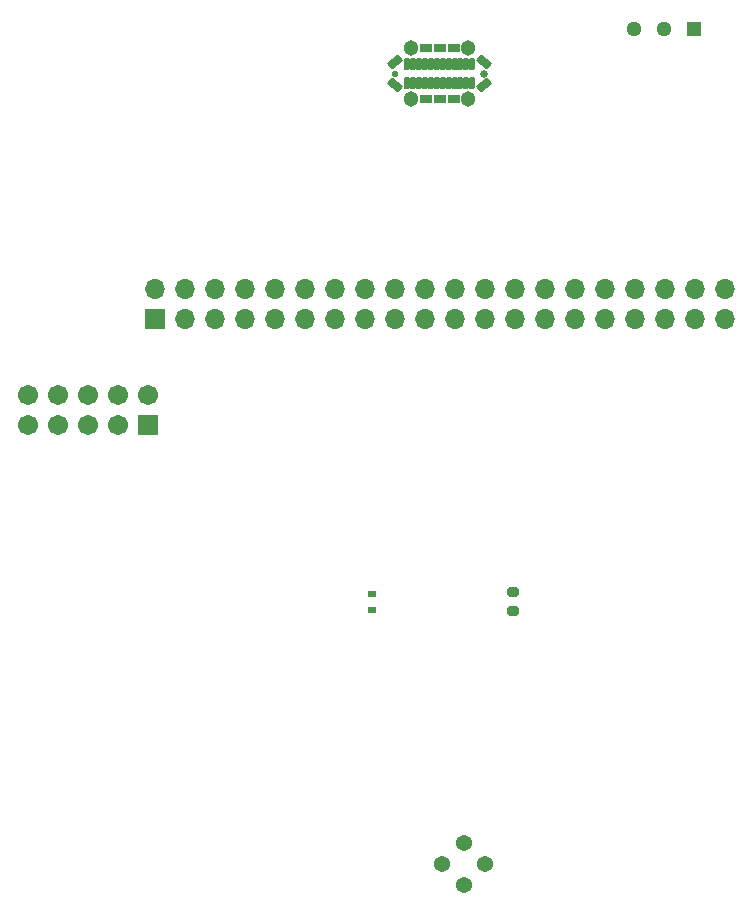
<source format=gbr>
%TF.GenerationSoftware,KiCad,Pcbnew,9.0.7*%
%TF.CreationDate,2026-01-09T13:12:47-06:00*%
%TF.ProjectId,dreamV1_0,64726561-6d56-4315-9f30-2e6b69636164,1*%
%TF.SameCoordinates,Original*%
%TF.FileFunction,Soldermask,Bot*%
%TF.FilePolarity,Negative*%
%FSLAX46Y46*%
G04 Gerber Fmt 4.6, Leading zero omitted, Abs format (unit mm)*
G04 Created by KiCad (PCBNEW 9.0.7) date 2026-01-09 13:12:47*
%MOMM*%
%LPD*%
G01*
G04 APERTURE LIST*
G04 Aperture macros list*
%AMRoundRect*
0 Rectangle with rounded corners*
0 $1 Rounding radius*
0 $2 $3 $4 $5 $6 $7 $8 $9 X,Y pos of 4 corners*
0 Add a 4 corners polygon primitive as box body*
4,1,4,$2,$3,$4,$5,$6,$7,$8,$9,$2,$3,0*
0 Add four circle primitives for the rounded corners*
1,1,$1+$1,$2,$3*
1,1,$1+$1,$4,$5*
1,1,$1+$1,$6,$7*
1,1,$1+$1,$8,$9*
0 Add four rect primitives between the rounded corners*
20,1,$1+$1,$2,$3,$4,$5,0*
20,1,$1+$1,$4,$5,$6,$7,0*
20,1,$1+$1,$6,$7,$8,$9,0*
20,1,$1+$1,$8,$9,$2,$3,0*%
G04 Aperture macros list end*
%ADD10RoundRect,0.102000X-0.754000X-0.754000X0.754000X-0.754000X0.754000X0.754000X-0.754000X0.754000X0*%
%ADD11C,1.712000*%
%ADD12C,1.295400*%
%ADD13R,1.295400X1.295400*%
%ADD14R,1.700000X1.700000*%
%ADD15O,1.700000X1.700000*%
%ADD16RoundRect,0.200000X-0.275000X0.200000X-0.275000X-0.200000X0.275000X-0.200000X0.275000X0.200000X0*%
%ADD17C,1.371600*%
%ADD18R,0.762000X0.558800*%
%ADD19C,0.660000*%
%ADD20C,0.580000*%
%ADD21RoundRect,0.102000X0.410000X0.275000X-0.410000X0.275000X-0.410000X-0.275000X0.410000X-0.275000X0*%
%ADD22C,1.304000*%
%ADD23RoundRect,0.102000X0.557560X-0.129814X-0.242900X0.518386X-0.557560X0.129814X0.242900X-0.518386X0*%
%ADD24RoundRect,0.102000X0.242900X0.518386X-0.557560X-0.129814X-0.242900X-0.518386X0.557560X0.129814X0*%
%ADD25RoundRect,0.102000X0.150000X0.425000X-0.150000X0.425000X-0.150000X-0.425000X0.150000X-0.425000X0*%
G04 APERTURE END LIST*
D10*
%TO.C,J5*%
X-34920000Y13980000D03*
D11*
X-34920000Y16520000D03*
X-37460000Y13980000D03*
X-37460000Y16520000D03*
X-40000000Y13980000D03*
X-40000000Y16520000D03*
X-42540000Y13980000D03*
X-42540000Y16520000D03*
X-45080000Y13980000D03*
X-45080000Y16520000D03*
%TD*%
D12*
%TO.C,S1*%
X8760000Y47500000D03*
X6220000Y47500000D03*
D13*
X11300000Y47500000D03*
%TD*%
D14*
%TO.C,J1*%
X-34320000Y22960000D03*
D15*
X-34320000Y25500000D03*
X-31780000Y22960000D03*
X-31780000Y25500000D03*
X-29240000Y22960000D03*
X-29240000Y25500000D03*
X-26700000Y22960000D03*
X-26700000Y25500000D03*
X-24160000Y22960000D03*
X-24160000Y25500000D03*
X-21620000Y22960000D03*
X-21620000Y25500000D03*
X-19080000Y22960000D03*
X-19080000Y25500000D03*
X-16540000Y22960000D03*
X-16540000Y25500000D03*
X-14000000Y22960000D03*
X-14000000Y25500000D03*
X-11460000Y22960000D03*
X-11460000Y25500000D03*
X-8920000Y22960000D03*
X-8920000Y25500000D03*
X-6380000Y22960000D03*
X-6380000Y25500000D03*
X-3840000Y22960000D03*
X-3840000Y25500000D03*
X-1300000Y22960000D03*
X-1300000Y25500000D03*
X1240000Y22960000D03*
X1240000Y25500000D03*
X3780000Y22960000D03*
X3780000Y25500000D03*
X6320000Y22960000D03*
X6320000Y25500000D03*
X8860000Y22960000D03*
X8860000Y25500000D03*
X11400000Y22960000D03*
X11400000Y25500000D03*
X13940000Y22960000D03*
X13940000Y25500000D03*
%TD*%
D16*
%TO.C,R7*%
X-4000000Y-175000D03*
X-4000000Y-1825000D03*
%TD*%
D17*
%TO.C,IC1*%
X-8200000Y-25000000D03*
X-9999999Y-23200000D03*
X-8200000Y-21400001D03*
X-6400001Y-23200000D03*
%TD*%
D18*
%TO.C,R6*%
X-16000000Y-1673100D03*
X-16000000Y-326900D03*
%TD*%
D19*
%TO.C,J11*%
X-6470000Y43700000D03*
D20*
X-13970000Y43700000D03*
D21*
X-9020000Y45850000D03*
X-10220000Y45850000D03*
X-11420000Y45850000D03*
X-9020000Y41550000D03*
X-10220000Y41550000D03*
X-11420000Y41550000D03*
D22*
X-7820000Y45850000D03*
X-12620000Y45850000D03*
X-7820000Y41550000D03*
X-12620000Y41550000D03*
D23*
X-6450000Y44700000D03*
D24*
X-13990000Y44700000D03*
X-6450000Y42700000D03*
D23*
X-13990000Y42700000D03*
D25*
X-7470000Y44530000D03*
X-7970000Y44530000D03*
X-8470000Y44530000D03*
X-8970000Y44530000D03*
X-9470000Y44530000D03*
X-9970000Y44530000D03*
X-10470000Y44530000D03*
X-10970000Y44530000D03*
X-11470000Y44530000D03*
X-11970000Y44530000D03*
X-12470000Y44530000D03*
X-12970000Y44530000D03*
X-12970000Y42870000D03*
X-12470000Y42870000D03*
X-11970000Y42870000D03*
X-11470000Y42870000D03*
X-10970000Y42870000D03*
X-10470000Y42870000D03*
X-9970000Y42870000D03*
X-9470000Y42870000D03*
X-8970000Y42870000D03*
X-8470000Y42870000D03*
X-7970000Y42870000D03*
X-7470000Y42870000D03*
%TD*%
M02*

</source>
